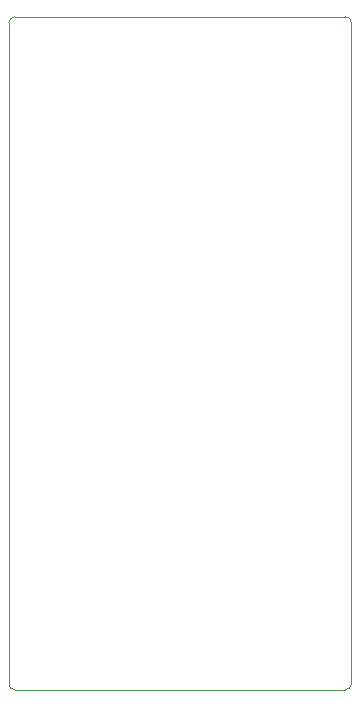
<source format=gm1>
G04 #@! TF.GenerationSoftware,KiCad,Pcbnew,8.0.7*
G04 #@! TF.CreationDate,2025-01-06T21:38:41-05:00*
G04 #@! TF.ProjectId,BCD-S3-DevKitC-1-N16R8V,4243442d-5333-42d4-9465-764b6974432d,1.0*
G04 #@! TF.SameCoordinates,Original*
G04 #@! TF.FileFunction,Profile,NP*
%FSLAX46Y46*%
G04 Gerber Fmt 4.6, Leading zero omitted, Abs format (unit mm)*
G04 Created by KiCad (PCBNEW 8.0.7) date 2025-01-06 21:38:41*
%MOMM*%
%LPD*%
G01*
G04 APERTURE LIST*
G04 #@! TA.AperFunction,Profile*
%ADD10C,0.050000*%
G04 #@! TD*
G04 APERTURE END LIST*
D10*
X159900000Y-114692000D02*
G75*
G02*
X159392000Y-115200000I-508001J1D01*
G01*
X131408000Y-115200000D02*
G75*
G02*
X130900000Y-114692000I1J508001D01*
G01*
X159392000Y-58200000D02*
G75*
G02*
X159900000Y-58708000I-1J-508001D01*
G01*
X130900000Y-58708000D02*
G75*
G02*
X131408000Y-58200000I508001J-1D01*
G01*
X159900000Y-114692000D02*
X159900000Y-58708000D01*
X159392000Y-115200000D02*
X131408000Y-115200000D01*
X159392000Y-58200000D02*
X131408000Y-58200000D01*
X130900000Y-58708000D02*
X130900000Y-114692000D01*
M02*

</source>
